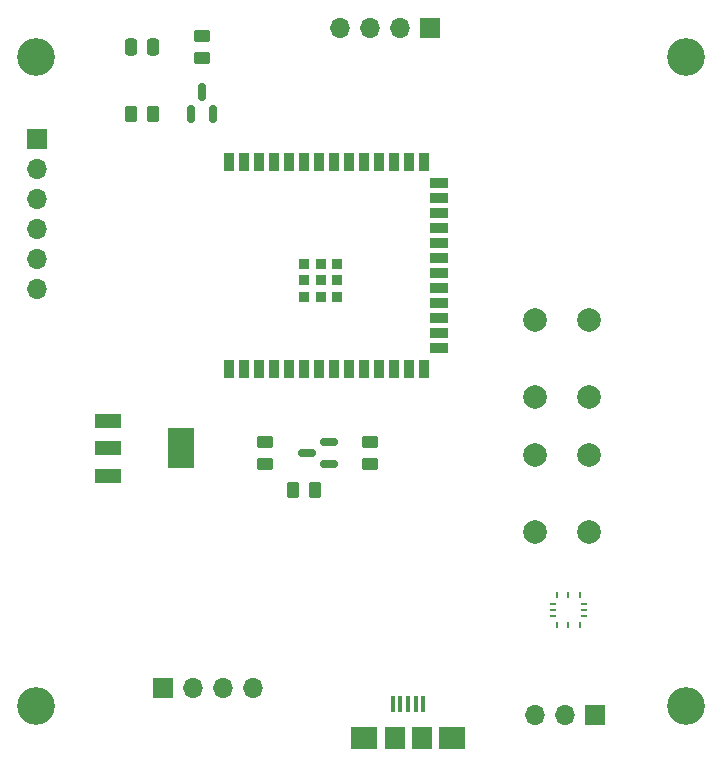
<source format=gbr>
%TF.GenerationSoftware,KiCad,Pcbnew,7.0.10*%
%TF.CreationDate,2024-03-01T12:09:53-06:00*%
%TF.ProjectId,ESP32,45535033-322e-46b6-9963-61645f706362,rev?*%
%TF.SameCoordinates,Original*%
%TF.FileFunction,Soldermask,Top*%
%TF.FilePolarity,Negative*%
%FSLAX46Y46*%
G04 Gerber Fmt 4.6, Leading zero omitted, Abs format (unit mm)*
G04 Created by KiCad (PCBNEW 7.0.10) date 2024-03-01 12:09:53*
%MOMM*%
%LPD*%
G01*
G04 APERTURE LIST*
G04 Aperture macros list*
%AMRoundRect*
0 Rectangle with rounded corners*
0 $1 Rounding radius*
0 $2 $3 $4 $5 $6 $7 $8 $9 X,Y pos of 4 corners*
0 Add a 4 corners polygon primitive as box body*
4,1,4,$2,$3,$4,$5,$6,$7,$8,$9,$2,$3,0*
0 Add four circle primitives for the rounded corners*
1,1,$1+$1,$2,$3*
1,1,$1+$1,$4,$5*
1,1,$1+$1,$6,$7*
1,1,$1+$1,$8,$9*
0 Add four rect primitives between the rounded corners*
20,1,$1+$1,$2,$3,$4,$5,0*
20,1,$1+$1,$4,$5,$6,$7,0*
20,1,$1+$1,$6,$7,$8,$9,0*
20,1,$1+$1,$8,$9,$2,$3,0*%
%AMOutline5P*
0 Free polygon, 5 corners , with rotation*
0 The origin of the aperture is its center*
0 number of corners: always 5*
0 $1 to $10 corner X, Y*
0 $11 Rotation angle, in degrees counterclockwise*
0 create outline with 5 corners*
4,1,5,$1,$2,$3,$4,$5,$6,$7,$8,$9,$10,$1,$2,$11*%
%AMOutline6P*
0 Free polygon, 6 corners , with rotation*
0 The origin of the aperture is its center*
0 number of corners: always 6*
0 $1 to $12 corner X, Y*
0 $13 Rotation angle, in degrees counterclockwise*
0 create outline with 6 corners*
4,1,6,$1,$2,$3,$4,$5,$6,$7,$8,$9,$10,$11,$12,$1,$2,$13*%
%AMOutline7P*
0 Free polygon, 7 corners , with rotation*
0 The origin of the aperture is its center*
0 number of corners: always 7*
0 $1 to $14 corner X, Y*
0 $15 Rotation angle, in degrees counterclockwise*
0 create outline with 7 corners*
4,1,7,$1,$2,$3,$4,$5,$6,$7,$8,$9,$10,$11,$12,$13,$14,$1,$2,$15*%
%AMOutline8P*
0 Free polygon, 8 corners , with rotation*
0 The origin of the aperture is its center*
0 number of corners: always 8*
0 $1 to $16 corner X, Y*
0 $17 Rotation angle, in degrees counterclockwise*
0 create outline with 8 corners*
4,1,8,$1,$2,$3,$4,$5,$6,$7,$8,$9,$10,$11,$12,$13,$14,$15,$16,$1,$2,$17*%
G04 Aperture macros list end*
%ADD10R,1.700000X1.700000*%
%ADD11O,1.700000X1.700000*%
%ADD12RoundRect,0.250000X0.450000X-0.262500X0.450000X0.262500X-0.450000X0.262500X-0.450000X-0.262500X0*%
%ADD13RoundRect,0.150000X0.150000X-0.587500X0.150000X0.587500X-0.150000X0.587500X-0.150000X-0.587500X0*%
%ADD14R,0.250000X0.500000*%
%ADD15R,0.500000X0.250000*%
%ADD16Outline5P,-0.125000X0.150000X-0.025000X0.250000X0.125000X0.250000X0.125000X-0.250000X-0.125000X-0.250000X90.000000*%
%ADD17R,0.889000X1.498600*%
%ADD18R,1.498600X0.889000*%
%ADD19R,0.889000X0.889000*%
%ADD20C,3.200000*%
%ADD21RoundRect,0.250000X-0.262500X-0.450000X0.262500X-0.450000X0.262500X0.450000X-0.262500X0.450000X0*%
%ADD22RoundRect,0.150000X0.587500X0.150000X-0.587500X0.150000X-0.587500X-0.150000X0.587500X-0.150000X0*%
%ADD23C,2.000000*%
%ADD24R,0.400000X1.400000*%
%ADD25R,2.300000X1.900000*%
%ADD26R,1.800000X1.900000*%
%ADD27RoundRect,0.250000X-0.450000X0.262500X-0.450000X-0.262500X0.450000X-0.262500X0.450000X0.262500X0*%
%ADD28RoundRect,0.250000X0.250000X0.475000X-0.250000X0.475000X-0.250000X-0.475000X0.250000X-0.475000X0*%
%ADD29R,2.200000X1.200000*%
%ADD30R,2.200000X3.500000*%
G04 APERTURE END LIST*
D10*
%TO.C,DHT22*%
X131826000Y-128778000D03*
D11*
X129286000Y-128778000D03*
X126746000Y-128778000D03*
%TD*%
D12*
%TO.C,R5*%
X103909500Y-107465500D03*
X103909500Y-105640500D03*
%TD*%
D13*
%TO.C,Q2*%
X97602000Y-77899500D03*
X99502000Y-77899500D03*
X98552000Y-76024500D03*
%TD*%
D14*
%TO.C,ZMOD1*%
X130570000Y-121158000D03*
X129570000Y-121158000D03*
X128570000Y-121158000D03*
D15*
X128270000Y-120358000D03*
X128270000Y-119858000D03*
X128270000Y-119358000D03*
D14*
X128570000Y-118558000D03*
X129570000Y-118558000D03*
X130570000Y-118558000D03*
D15*
X130870000Y-119358000D03*
X130870000Y-119858000D03*
D16*
X130870000Y-120358000D03*
%TD*%
D17*
%TO.C,U2*%
X100868000Y-99428000D03*
X102138000Y-99428000D03*
X103408000Y-99428000D03*
X104678000Y-99428000D03*
X105948000Y-99428000D03*
X107218000Y-99428000D03*
X108488000Y-99428000D03*
X109758000Y-99428000D03*
X111028000Y-99428000D03*
X112298000Y-99428000D03*
X113568000Y-99428000D03*
X114838000Y-99428000D03*
X116108000Y-99428000D03*
X117378000Y-99428000D03*
D18*
X118628000Y-97663000D03*
X118628000Y-96393000D03*
X118628000Y-95123000D03*
X118628000Y-93853000D03*
X118628000Y-92583000D03*
X118628000Y-91313000D03*
X118628000Y-90043000D03*
X118628000Y-88773000D03*
X118628000Y-87503000D03*
X118628000Y-86233000D03*
X118628000Y-84963000D03*
X118628000Y-83693000D03*
D17*
X117378000Y-81928000D03*
X116108000Y-81928000D03*
X114838000Y-81928000D03*
X113568000Y-81928000D03*
X112298000Y-81928000D03*
X111028000Y-81928000D03*
X109758000Y-81928000D03*
X108488000Y-81928000D03*
X107218000Y-81928000D03*
X105948000Y-81928000D03*
X104678000Y-81928000D03*
X103408000Y-81928000D03*
X102138000Y-81928000D03*
X100868000Y-81928000D03*
D19*
X108588000Y-91928000D03*
X107188000Y-91928000D03*
X107188000Y-93328000D03*
X108588000Y-93328000D03*
X109988000Y-93328000D03*
X109988000Y-91928000D03*
X109988000Y-90528000D03*
X108588000Y-90528000D03*
X107188000Y-90528000D03*
%TD*%
D20*
%TO.C,H3*%
X84500000Y-128000000D03*
%TD*%
D21*
%TO.C,R9*%
X106275500Y-109728000D03*
X108100500Y-109728000D03*
%TD*%
D12*
%TO.C,R6*%
X98552000Y-73097000D03*
X98552000Y-71272000D03*
%TD*%
D10*
%TO.C,MQ135*%
X95250000Y-126492000D03*
D11*
X97790000Y-126492000D03*
X100330000Y-126492000D03*
X102870000Y-126492000D03*
%TD*%
D22*
%TO.C,Q1*%
X109292000Y-107503000D03*
X109292000Y-105603000D03*
X107417000Y-106553000D03*
%TD*%
D23*
%TO.C,SW2*%
X131282000Y-95302000D03*
X131282000Y-101802000D03*
X126782000Y-95302000D03*
X126782000Y-101802000D03*
%TD*%
D24*
%TO.C,MicroUSB_5V1A_Wall1*%
X114700000Y-127800000D03*
X115350000Y-127800000D03*
X116000000Y-127800000D03*
X116650000Y-127800000D03*
X117300000Y-127800000D03*
D25*
X112250000Y-130650000D03*
D26*
X114850000Y-130650000D03*
X117150000Y-130650000D03*
D25*
X119750000Y-130650000D03*
%TD*%
D27*
%TO.C,R2*%
X112799500Y-105640500D03*
X112799500Y-107465500D03*
%TD*%
D10*
%TO.C,USB_UART1*%
X84582000Y-80010000D03*
D11*
X84582000Y-82550000D03*
X84582000Y-85090000D03*
X84582000Y-87630000D03*
X84582000Y-90170000D03*
X84582000Y-92710000D03*
%TD*%
D23*
%TO.C,SW1*%
X131282000Y-106732000D03*
X131282000Y-113232000D03*
X126782000Y-106732000D03*
X126782000Y-113232000D03*
%TD*%
D28*
%TO.C,C2*%
X94422000Y-72184500D03*
X92522000Y-72184500D03*
%TD*%
D29*
%TO.C,U1*%
X90574500Y-103872000D03*
X90574500Y-106172000D03*
X90574500Y-108472000D03*
D30*
X96774500Y-106172000D03*
%TD*%
D21*
%TO.C,R3*%
X92559500Y-77899500D03*
X94384500Y-77899500D03*
%TD*%
D20*
%TO.C,H1*%
X139500000Y-73000000D03*
%TD*%
D10*
%TO.C,HC-SR4*%
X117856000Y-70612000D03*
D11*
X115316000Y-70612000D03*
X112776000Y-70612000D03*
X110236000Y-70612000D03*
%TD*%
D20*
%TO.C,H4*%
X84500000Y-73000000D03*
%TD*%
%TO.C,H2*%
X139500000Y-128000000D03*
%TD*%
M02*

</source>
